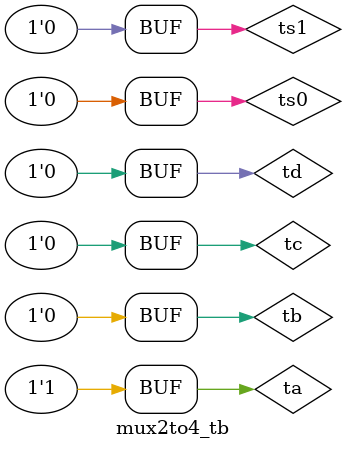
<source format=v>

module mux2to4_tb;
wire tout;
reg ta, tb, tc, td, ts1, ts0;
mux4 multi2to4x_inst( .i1(ta), .i2(tb), .i3(tc), .i4(td), .s0(ts0), .s1(ts1), .fout(tout) );
initial
begin
// p1
ta = 1'b1;
tb = 1'b0;
tc = 1'b1;
td = 1'b1;
ts0 = 1'b0;
ts1 = 1'b1;
#20; //p2
ta = 1'b0;
tb = 1'b1;
tc = 1'b0;
td = 1'b0;
ts0 = 1'b0;
ts1 = 1'b1;
#20; //p3
ta = 1'b0;
tb = 1'b0;
tc = 1'b1;
td = 1'b0;
ts0 = 1'b1;
ts1 = 1'b0;
#20; //p4
ta = 1'b0;
tb = 1'b0;
tc = 1'b0;
td = 1'b1;
ts0 = 1'b1;
ts1 = 1'b1;
#20; //p5
ta = 1'b1;
tb = 1'b0;
tc = 1'b0;
td = 1'b0;
ts0 = 1'b0;
ts1 = 1'b0;

$dumpfile("power_test.vcd");
$dumpvars();

end
endmodule
</source>
